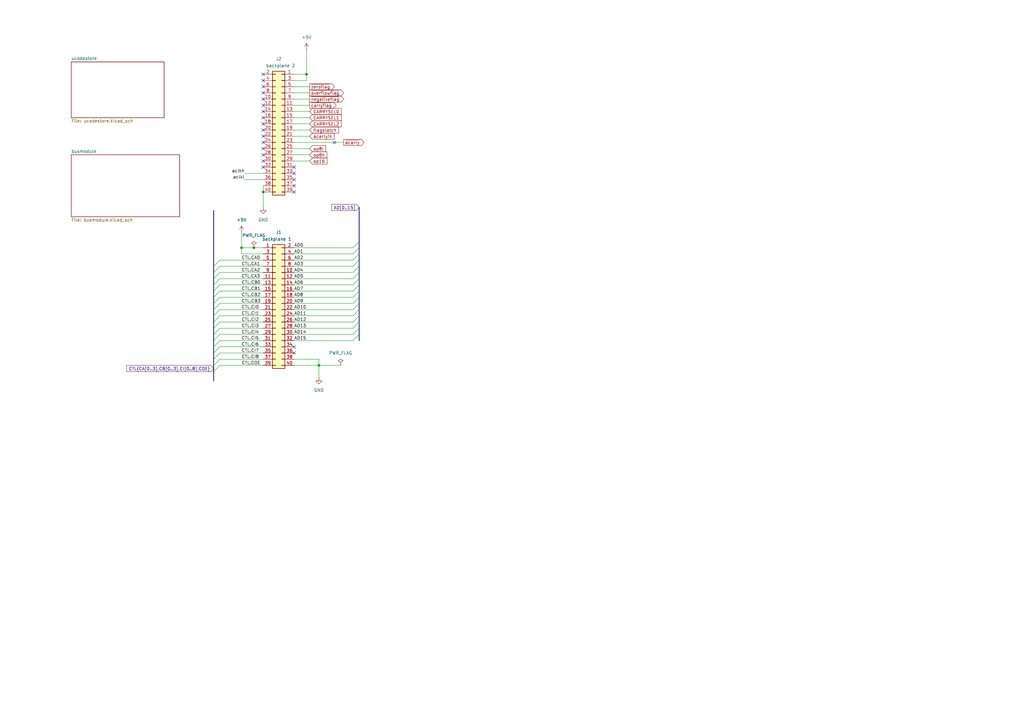
<source format=kicad_sch>
(kicad_sch (version 20250114) (generator "eeschema") (generator_version "9.0")
  (paper "A3")
  (title_block (title "16bit cpu - control") (date "2025-10-18") (rev "0.1") (company "ErrorSoft"))
  (lib_symbols
    (symbol "Connector_Generic:Conn_02x20_Odd_Even" (pin_names (offset 1.016) (hide yes))
      (property "Reference" "J" (at 1.27 25.4 0))
      (property "Value" "Conn_02x20_Odd_Even" (at 1.27 -27.94 0))
      (symbol "Conn_02x20_Odd_Even_1_1"
        (rectangle (start -1.27 24.13) (end 3.81 -26.67) (stroke (width 0.254)) (fill (type background)))
        (rectangle (start -1.27 22.987) (end 0 22.733) (stroke (width 0.1524)))
        (rectangle (start -1.27 20.447) (end 0 20.193) (stroke (width 0.1524)))
        (rectangle (start -1.27 17.907) (end 0 17.653) (stroke (width 0.1524)))
        (rectangle (start -1.27 15.367) (end 0 15.113) (stroke (width 0.1524)))
        (rectangle (start -1.27 12.827) (end 0 12.573) (stroke (width 0.1524)))
        (rectangle (start -1.27 10.287) (end 0 10.033) (stroke (width 0.1524)))
        (rectangle (start -1.27 7.747) (end 0 7.493) (stroke (width 0.1524)))
        (rectangle (start -1.27 5.207) (end 0 4.953) (stroke (width 0.1524)))
        (rectangle (start -1.27 2.667) (end 0 2.413) (stroke (width 0.1524)))
        (rectangle (start -1.27 0.127) (end 0 -0.127) (stroke (width 0.1524)))
        (rectangle (start -1.27 -2.413) (end 0 -2.667) (stroke (width 0.1524)))
        (rectangle (start -1.27 -4.953) (end 0 -5.207) (stroke (width 0.1524)))
        (rectangle (start -1.27 -7.493) (end 0 -7.747) (stroke (width 0.1524)))
        (rectangle (start -1.27 -10.033) (end 0 -10.287) (stroke (width 0.1524)))
        (rectangle (start -1.27 -12.573) (end 0 -12.827) (stroke (width 0.1524)))
        (rectangle (start -1.27 -15.113) (end 0 -15.367) (stroke (width 0.1524)))
        (rectangle (start -1.27 -17.653) (end 0 -17.907) (stroke (width 0.1524)))
        (rectangle (start -1.27 -20.193) (end 0 -20.447) (stroke (width 0.1524)))
        (rectangle (start -1.27 -22.733) (end 0 -22.987) (stroke (width 0.1524)))
        (rectangle (start -1.27 -25.273) (end 0 -25.527) (stroke (width 0.1524)))
        (rectangle (start 3.81 22.987) (end 2.54 22.733) (stroke (width 0.1524)))
        (rectangle (start 3.81 20.447) (end 2.54 20.193) (stroke (width 0.1524)))
        (rectangle (start 3.81 17.907) (end 2.54 17.653) (stroke (width 0.1524)))
        (rectangle (start 3.81 15.367) (end 2.54 15.113) (stroke (width 0.1524)))
        (rectangle (start 3.81 12.827) (end 2.54 12.573) (stroke (width 0.1524)))
        (rectangle (start 3.81 10.287) (end 2.54 10.033) (stroke (width 0.1524)))
        (rectangle (start 3.81 7.747) (end 2.54 7.493) (stroke (width 0.1524)))
        (rectangle (start 3.81 5.207) (end 2.54 4.953) (stroke (width 0.1524)))
        (rectangle (start 3.81 2.667) (end 2.54 2.413) (stroke (width 0.1524)))
        (rectangle (start 3.81 0.127) (end 2.54 -0.127) (stroke (width 0.1524)))
        (rectangle (start 3.81 -2.413) (end 2.54 -2.667) (stroke (width 0.1524)))
        (rectangle (start 3.81 -4.953) (end 2.54 -5.207) (stroke (width 0.1524)))
        (rectangle (start 3.81 -7.493) (end 2.54 -7.747) (stroke (width 0.1524)))
        (rectangle (start 3.81 -10.033) (end 2.54 -10.287) (stroke (width 0.1524)))
        (rectangle (start 3.81 -12.573) (end 2.54 -12.827) (stroke (width 0.1524)))
        (rectangle (start 3.81 -15.113) (end 2.54 -15.367) (stroke (width 0.1524)))
        (rectangle (start 3.81 -17.653) (end 2.54 -17.907) (stroke (width 0.1524)))
        (rectangle (start 3.81 -20.193) (end 2.54 -20.447) (stroke (width 0.1524)))
        (rectangle (start 3.81 -22.733) (end 2.54 -22.987) (stroke (width 0.1524)))
        (rectangle (start 3.81 -25.273) (end 2.54 -25.527) (stroke (width 0.1524)))
        (pin passive line (at -5.08 22.86 0) (length 3.81) (name "Pin_1") (number "1"))
        (pin passive line (at -5.08 20.32 0) (length 3.81) (name "Pin_3") (number "3"))
        (pin passive line (at -5.08 17.78 0) (length 3.81) (name "Pin_5") (number "5"))
        (pin passive line (at -5.08 15.24 0) (length 3.81) (name "Pin_7") (number "7"))
        (pin passive line (at -5.08 12.7 0) (length 3.81) (name "Pin_9") (number "9"))
        (pin passive line (at -5.08 10.16 0) (length 3.81) (name "Pin_11") (number "11"))
        (pin passive line (at -5.08 7.62 0) (length 3.81) (name "Pin_13") (number "13"))
        (pin passive line (at -5.08 5.08 0) (length 3.81) (name "Pin_15") (number "15"))
        (pin passive line (at -5.08 2.54 0) (length 3.81) (name "Pin_17") (number "17"))
        (pin passive line (at -5.08 0 0) (length 3.81) (name "Pin_19") (number "19"))
        (pin passive line (at -5.08 -2.54 0) (length 3.81) (name "Pin_21") (number "21"))
        (pin passive line (at -5.08 -5.08 0) (length 3.81) (name "Pin_23") (number "23"))
        (pin passive line (at -5.08 -7.62 0) (length 3.81) (name "Pin_25") (number "25"))
        (pin passive line (at -5.08 -10.16 0) (length 3.81) (name "Pin_27") (number "27"))
        (pin passive line (at -5.08 -12.7 0) (length 3.81) (name "Pin_29") (number "29"))
        (pin passive line (at -5.08 -15.24 0) (length 3.81) (name "Pin_31") (number "31"))
        (pin passive line (at -5.08 -17.78 0) (length 3.81) (name "Pin_33") (number "33"))
        (pin passive line (at -5.08 -20.32 0) (length 3.81) (name "Pin_35") (number "35"))
        (pin passive line (at -5.08 -22.86 0) (length 3.81) (name "Pin_37") (number "37"))
        (pin passive line (at -5.08 -25.4 0) (length 3.81) (name "Pin_39") (number "39"))
        (pin passive line (at 7.62 22.86 180) (length 3.81) (name "Pin_2") (number "2"))
        (pin passive line (at 7.62 20.32 180) (length 3.81) (name "Pin_4") (number "4"))
        (pin passive line (at 7.62 17.78 180) (length 3.81) (name "Pin_6") (number "6"))
        (pin passive line (at 7.62 15.24 180) (length 3.81) (name "Pin_8") (number "8"))
        (pin passive line (at 7.62 12.7 180) (length 3.81) (name "Pin_10") (number "10"))
        (pin passive line (at 7.62 10.16 180) (length 3.81) (name "Pin_12") (number "12"))
        (pin passive line (at 7.62 7.62 180) (length 3.81) (name "Pin_14") (number "14"))
        (pin passive line (at 7.62 5.08 180) (length 3.81) (name "Pin_16") (number "16"))
        (pin passive line (at 7.62 2.54 180) (length 3.81) (name "Pin_18") (number "18"))
        (pin passive line (at 7.62 0 180) (length 3.81) (name "Pin_20") (number "20"))
        (pin passive line (at 7.62 -2.54 180) (length 3.81) (name "Pin_22") (number "22"))
        (pin passive line (at 7.62 -5.08 180) (length 3.81) (name "Pin_24") (number "24"))
        (pin passive line (at 7.62 -7.62 180) (length 3.81) (name "Pin_26") (number "26"))
        (pin passive line (at 7.62 -10.16 180) (length 3.81) (name "Pin_28") (number "28"))
        (pin passive line (at 7.62 -12.7 180) (length 3.81) (name "Pin_30") (number "30"))
        (pin passive line (at 7.62 -15.24 180) (length 3.81) (name "Pin_32") (number "32"))
        (pin passive line (at 7.62 -17.78 180) (length 3.81) (name "Pin_34") (number "34"))
        (pin passive line (at 7.62 -20.32 180) (length 3.81) (name "Pin_36") (number "36"))
        (pin passive line (at 7.62 -22.86 180) (length 3.81) (name "Pin_38") (number "38"))
        (pin passive line (at 7.62 -25.4 180) (length 3.81) (name "Pin_40") (number "40"))
      )
    )
    (symbol "power:+5V" (power) (pin_numbers (hide yes)) (pin_names (offset 0) (hide yes))
      (property "Value" "+5V" (at 0 3.556 0))
      (symbol "+5V_0_1"
        (polyline (pts (xy -0.762 1.27) (xy 0 2.54)))
        (polyline (pts (xy 0 2.54) (xy 0.762 1.27)))
        (polyline (pts (xy 0 0) (xy 0 2.54)))
      )
      (symbol "+5V_1_1"
        (pin power_in line (at 0 0 90) (length 0) (name "~") (number "1"))
      )
    )
    (symbol "power:GND" (power) (pin_numbers (hide yes)) (pin_names (offset 0) (hide yes))
      (property "Value" "GND" (at 0 -3.81 0))
      (symbol "GND_0_1"
        (polyline (pts (xy 0 0) (xy 0 -1.27) (xy 1.27 -1.27) (xy 0 -2.54) (xy -1.27 -1.27) (xy 0 -1.27)))
      )
      (symbol "GND_1_1"
        (pin power_in line (at 0 0 270) (length 0) (name "~") (number "1"))
      )
    )
    (symbol "power:PWR_FLAG" (power) (pin_numbers (hide yes)) (pin_names (offset 0) (hide yes))
      (property "Value" "PWR_FLAG" (at 0 3.81 0))
      (symbol "PWR_FLAG_0_0"
        (pin power_out line (at 0 0 90) (length 0) (name "~") (number "1"))
      )
      (symbol "PWR_FLAG_0_1"
        (polyline (pts (xy 0 0) (xy 0 1.27) (xy -1.016 1.905) (xy 0 2.54) (xy 1.016 1.905) (xy 0 1.27)))
      )
    )
  )
  (junction (at 104.14 101.6))
  (junction (at 130.81 149.86))
  (junction (at 125.73 30.48))
  (junction (at 107.95 78.74))
  (junction (at 99.06 101.6))
  (no_connect (at 107.95 35.56))
  (no_connect (at 107.95 43.18))
  (no_connect (at 107.95 33.02))
  (no_connect (at 107.95 63.5))
  (no_connect (at 120.65 73.66))
  (no_connect (at 120.65 71.12))
  (no_connect (at 107.95 38.1))
  (no_connect (at 120.65 78.74))
  (no_connect (at 120.65 142.24))
  (no_connect (at 107.95 66.04))
  (no_connect (at 120.65 144.78))
  (no_connect (at 107.95 40.64))
  (no_connect (at 107.95 68.58))
  (no_connect (at 120.65 76.2))
  (no_connect (at 107.95 30.48))
  (no_connect (at 107.95 48.26))
  (no_connect (at 107.95 50.8))
  (no_connect (at 107.95 53.34))
  (no_connect (at 107.95 45.72))
  (no_connect (at 107.95 60.96))
  (no_connect (at 107.95 58.42))
  (no_connect (at 120.65 68.58))
  (no_connect (at 137.16 58.42))
  (no_connect (at 107.95 55.88))
  (bus_entry (at 87.63 121.92) (size 2.54 -2.54))
  (bus_entry (at 147.32 99.06) (size -2.54 2.54))
  (bus_entry (at 147.32 137.16) (size -2.54 2.54))
  (bus_entry (at 87.63 119.38) (size 2.54 -2.54))
  (bus_entry (at 147.32 114.3) (size -2.54 2.54))
  (bus_entry (at 87.63 111.76) (size 2.54 -2.54))
  (bus_entry (at 87.63 132.08) (size 2.54 -2.54))
  (bus_entry (at 87.63 129.54) (size 2.54 -2.54))
  (bus_entry (at 147.32 132.08) (size -2.54 2.54))
  (bus_entry (at 147.32 134.62) (size -2.54 2.54))
  (bus_entry (at 147.32 127) (size -2.54 2.54))
  (bus_entry (at 147.32 119.38) (size -2.54 2.54))
  (bus_entry (at 87.63 152.4) (size 2.54 -2.54))
  (bus_entry (at 87.63 109.22) (size 2.54 -2.54))
  (bus_entry (at 87.63 139.7) (size 2.54 -2.54))
  (bus_entry (at 147.32 129.54) (size -2.54 2.54))
  (bus_entry (at 147.32 109.22) (size -2.54 2.54))
  (bus_entry (at 147.32 111.76) (size -2.54 2.54))
  (bus_entry (at 87.63 114.3) (size 2.54 -2.54))
  (bus_entry (at 147.32 121.92) (size -2.54 2.54))
  (bus_entry (at 87.63 137.16) (size 2.54 -2.54))
  (bus_entry (at 87.63 142.24) (size 2.54 -2.54))
  (bus_entry (at 87.63 147.32) (size 2.54 -2.54))
  (bus_entry (at 147.32 101.6) (size -2.54 2.54))
  (bus_entry (at 147.32 106.68) (size -2.54 2.54))
  (bus_entry (at 87.63 116.84) (size 2.54 -2.54))
  (bus_entry (at 147.32 124.46) (size -2.54 2.54))
  (bus_entry (at 87.63 134.62) (size 2.54 -2.54))
  (bus_entry (at 147.32 104.14) (size -2.54 2.54))
  (bus_entry (at 87.63 127) (size 2.54 -2.54))
  (bus_entry (at 87.63 149.86) (size 2.54 -2.54))
  (bus_entry (at 147.32 116.84) (size -2.54 2.54))
  (bus_entry (at 87.63 144.78) (size 2.54 -2.54))
  (bus_entry (at 87.63 124.46) (size 2.54 -2.54))
  (wire (pts (xy 125.73 30.48) (xy 125.73 33.02)))
  (wire (pts (xy 120.65 63.5) (xy 127 63.5)))
  (wire (pts (xy 107.95 73.66) (xy 100.33 73.66)))
  (wire (pts (xy 127 35.56) (xy 120.65 35.56)))
  (bus (pts (xy 87.63 121.92) (xy 87.63 124.46)))
  (wire (pts (xy 90.17 139.7) (xy 107.95 139.7)))
  (bus (pts (xy 147.32 109.22) (xy 147.32 111.76)))
  (wire (pts (xy 107.95 78.74) (xy 107.95 85.09)))
  (wire (pts (xy 90.17 111.76) (xy 107.95 111.76)))
  (wire (pts (xy 90.17 129.54) (xy 107.95 129.54)))
  (wire (pts (xy 90.17 114.3) (xy 107.95 114.3)))
  (bus (pts (xy 147.32 104.14) (xy 147.32 106.68)))
  (wire (pts (xy 107.95 76.2) (xy 107.95 78.74)))
  (wire (pts (xy 127 43.18) (xy 120.65 43.18)))
  (wire (pts (xy 120.65 149.86) (xy 130.81 149.86)))
  (bus (pts (xy 87.63 116.84) (xy 87.63 119.38)))
  (bus (pts (xy 87.63 149.86) (xy 87.63 152.4)))
  (wire (pts (xy 90.17 127) (xy 107.95 127)))
  (bus (pts (xy 87.63 111.76) (xy 87.63 114.3)))
  (bus (pts (xy 147.32 101.6) (xy 147.32 104.14)))
  (wire (pts (xy 99.06 104.14) (xy 99.06 101.6)))
  (wire (pts (xy 90.17 121.92) (xy 107.95 121.92)))
  (wire (pts (xy 107.95 104.14) (xy 99.06 104.14)))
  (wire (pts (xy 99.06 101.6) (xy 104.14 101.6)))
  (wire (pts (xy 120.65 109.22) (xy 144.78 109.22)))
  (wire (pts (xy 90.17 124.46) (xy 107.95 124.46)))
  (bus (pts (xy 147.32 111.76) (xy 147.32 114.3)))
  (bus (pts (xy 87.63 144.78) (xy 87.63 147.32)))
  (wire (pts (xy 99.06 95.25) (xy 99.06 101.6)))
  (wire (pts (xy 127 50.8) (xy 120.65 50.8)))
  (bus (pts (xy 147.32 137.16) (xy 147.32 139.7)))
  (wire (pts (xy 120.65 129.54) (xy 144.78 129.54)))
  (wire (pts (xy 130.81 149.86) (xy 139.7 149.86)))
  (bus (pts (xy 87.63 139.7) (xy 87.63 142.24)))
  (wire (pts (xy 90.17 147.32) (xy 107.95 147.32)))
  (wire (pts (xy 120.65 104.14) (xy 144.78 104.14)))
  (wire (pts (xy 120.65 101.6) (xy 144.78 101.6)))
  (wire (pts (xy 120.65 127) (xy 144.78 127)))
  (wire (pts (xy 127 55.88) (xy 120.65 55.88)))
  (wire (pts (xy 120.65 132.08) (xy 144.78 132.08)))
  (bus (pts (xy 87.63 137.16) (xy 87.63 139.7)))
  (bus (pts (xy 147.32 134.62) (xy 147.32 137.16)))
  (bus (pts (xy 87.63 114.3) (xy 87.63 116.84)))
  (wire (pts (xy 120.65 124.46) (xy 144.78 124.46)))
  (bus (pts (xy 147.32 99.06) (xy 147.32 101.6)))
  (bus (pts (xy 147.32 124.46) (xy 147.32 127)))
  (bus (pts (xy 87.63 142.24) (xy 87.63 144.78)))
  (wire (pts (xy 127 53.34) (xy 120.65 53.34)))
  (bus (pts (xy 87.63 132.08) (xy 87.63 134.62)))
  (bus (pts (xy 87.63 124.46) (xy 87.63 127)))
  (wire (pts (xy 120.65 147.32) (xy 130.81 147.32)))
  (wire (pts (xy 104.14 101.6) (xy 107.95 101.6)))
  (wire (pts (xy 120.65 134.62) (xy 144.78 134.62)))
  (bus (pts (xy 147.32 116.84) (xy 147.32 119.38)))
  (wire (pts (xy 130.81 149.86) (xy 130.81 154.94)))
  (wire (pts (xy 90.17 134.62) (xy 107.95 134.62)))
  (wire (pts (xy 120.65 139.7) (xy 144.78 139.7)))
  (wire (pts (xy 120.65 66.04) (xy 127 66.04)))
  (wire (pts (xy 120.65 60.96) (xy 127 60.96)))
  (wire (pts (xy 90.17 149.86) (xy 107.95 149.86)))
  (wire (pts (xy 90.17 144.78) (xy 107.95 144.78)))
  (bus (pts (xy 147.32 129.54) (xy 147.32 132.08)))
  (bus (pts (xy 147.32 121.92) (xy 147.32 124.46)))
  (wire (pts (xy 90.17 109.22) (xy 107.95 109.22)))
  (wire (pts (xy 90.17 132.08) (xy 107.95 132.08)))
  (bus (pts (xy 147.32 114.3) (xy 147.32 116.84)))
  (wire (pts (xy 90.17 142.24) (xy 107.95 142.24)))
  (wire (pts (xy 90.17 116.84) (xy 107.95 116.84)))
  (wire (pts (xy 120.65 106.68) (xy 144.78 106.68)))
  (bus (pts (xy 87.63 134.62) (xy 87.63 137.16)))
  (bus (pts (xy 87.63 86.36) (xy 87.63 109.22)))
  (bus (pts (xy 87.63 127) (xy 87.63 129.54)))
  (wire (pts (xy 130.81 147.32) (xy 130.81 149.86)))
  (bus (pts (xy 87.63 109.22) (xy 87.63 111.76)))
  (wire (pts (xy 107.95 71.12) (xy 100.33 71.12)))
  (wire (pts (xy 127 48.26) (xy 120.65 48.26)))
  (wire (pts (xy 120.65 119.38) (xy 144.78 119.38)))
  (wire (pts (xy 90.17 106.68) (xy 107.95 106.68)))
  (wire (pts (xy 125.73 20.32) (xy 125.73 30.48)))
  (wire (pts (xy 125.73 30.48) (xy 120.65 30.48)))
  (bus (pts (xy 87.63 129.54) (xy 87.63 132.08)))
  (wire (pts (xy 120.65 137.16) (xy 144.78 137.16)))
  (bus (pts (xy 147.32 132.08) (xy 147.32 134.62)))
  (wire (pts (xy 127 38.1) (xy 120.65 38.1)))
  (bus (pts (xy 147.32 106.68) (xy 147.32 109.22)))
  (wire (pts (xy 90.17 119.38) (xy 107.95 119.38)))
  (bus (pts (xy 87.63 152.4) (xy 87.63 156.21)))
  (wire (pts (xy 120.65 111.76) (xy 144.78 111.76)))
  (wire (pts (xy 125.73 33.02) (xy 120.65 33.02)))
  (wire (pts (xy 90.17 137.16) (xy 107.95 137.16)))
  (bus (pts (xy 147.32 85.09) (xy 147.32 99.06)))
  (wire (pts (xy 120.65 116.84) (xy 144.78 116.84)))
  (wire (pts (xy 127 40.64) (xy 120.65 40.64)))
  (wire (pts (xy 140.97 58.42) (xy 120.65 58.42)))
  (bus (pts (xy 147.32 119.38) (xy 147.32 121.92)))
  (bus (pts (xy 87.63 119.38) (xy 87.63 121.92)))
  (wire (pts (xy 120.65 114.3) (xy 144.78 114.3)))
  (bus (pts (xy 147.32 127) (xy 147.32 129.54)))
  (wire (pts (xy 120.65 121.92) (xy 144.78 121.92)))
  (bus (pts (xy 87.63 147.32) (xy 87.63 149.86)))
  (wire (pts (xy 127 45.72) (xy 120.65 45.72)))
  (label "AD6" (at 120.65 116.84 0))
  (label "CTL.CI1" (at 99.06 129.54 0))
  (label "CTL.CI2" (at 99.06 132.08 0))
  (label "CTL.CI8" (at 99.06 147.32 0))
  (label "AD2" (at 120.65 106.68 0))
  (label "CTL.CI0" (at 99.06 127 0))
  (label "AD12" (at 120.65 132.08 0))
  (label "CTL.CI7" (at 99.06 144.78 0))
  (label "CTL.CA1" (at 99.06 109.22 0))
  (label "CTL.CB2" (at 99.06 121.92 0))
  (label "CTL.CB3" (at 99.06 124.46 0))
  (label "AD10" (at 120.65 127 0))
  (label "CTL.CI3" (at 99.06 134.62 0))
  (label "aclkl" (at 100.33 73.66 180))
  (label "CTL.CA2" (at 99.06 111.76 0))
  (label "AD13" (at 120.65 134.62 0))
  (label "CTL.CA0" (at 99.06 106.68 0))
  (label "AD5" (at 120.65 114.3 0))
  (label "AD8" (at 120.65 121.92 0))
  (label "aclkh" (at 100.33 71.12 180))
  (label "AD14" (at 120.65 137.16 0))
  (label "CTL.CB0" (at 99.06 116.84 0))
  (label "AD7" (at 120.65 119.38 0))
  (label "AD9" (at 120.65 124.46 0))
  (label "CTL.COE" (at 99.06 149.86 0))
  (label "AD3" (at 120.65 109.22 0))
  (label "CTL.CI4" (at 99.06 137.16 0))
  (label "CTL.CI6" (at 99.06 142.24 0))
  (label "AD15" (at 120.65 139.7 0))
  (label "CTL.CB1" (at 99.06 119.38 0))
  (label "AD4" (at 120.65 111.76 0))
  (label "AD0" (at 120.65 101.6 0))
  (label "AD1" (at 120.65 104.14 0))
  (label "AD11" (at 120.65 129.54 0))
  (label "CTL.CA3" (at 99.06 114.3 0))
  (label "CTL.CI5" (at 99.06 139.7 0))
  (global_label "op8h" (shape input) (at 127 63.5 0) (property "Intersheetrefs" "${INTERSHEET_REFS}" (effects (hide yes))))
  (global_label "AD[0..15]" (shape input) (at 147.32 85.09 180) (property "Intersheetrefs" "${INTERSHEET_REFS}" (effects (hide yes))))
  (global_label "CARRYSEL2" (shape input) (at 127 50.8 0) (property "Intersheetrefs" "${INTERSHEET_REFS}" (effects (hide yes))))
  (global_label "flagslatch" (shape input) (at 127 53.34 0) (property "Intersheetrefs" "${INTERSHEET_REFS}" (effects (hide yes))))
  (global_label "acarryin" (shape input) (at 127 55.88 0) (property "Intersheetrefs" "${INTERSHEET_REFS}" (effects (hide yes))))
  (global_label "~{acarry}" (shape output) (at 140.97 58.42 0) (property "Intersheetrefs" "${INTERSHEET_REFS}" (effects (hide yes))))
  (global_label "~{zeroflag}" (shape output) (at 127 35.56 0) (property "Intersheetrefs" "${INTERSHEET_REFS}" (effects (hide yes))))
  (global_label "CARRYSEL0" (shape input) (at 127 45.72 0) (property "Intersheetrefs" "${INTERSHEET_REFS}" (effects (hide yes))))
  (global_label "CTL{CA[0..3],CB[0..3],CI[0..8],COE}" (shape input) (at 87.63 151.13 180) (property "Intersheetrefs" "${INTERSHEET_REFS}" (effects (hide yes))))
  (global_label "op8l" (shape input) (at 127 60.96 0) (property "Intersheetrefs" "${INTERSHEET_REFS}" (effects (hide yes))))
  (global_label "~{overflowflag}" (shape output) (at 127 38.1 0) (property "Intersheetrefs" "${INTERSHEET_REFS}" (effects (hide yes))))
  (global_label "~{negativeflag}" (shape output) (at 127 40.64 0) (property "Intersheetrefs" "${INTERSHEET_REFS}" (effects (hide yes))))
  (global_label "op16" (shape input) (at 127 66.04 0) (property "Intersheetrefs" "${INTERSHEET_REFS}" (effects (hide yes))))
  (global_label "CARRYSEL1" (shape input) (at 127 48.26 0) (property "Intersheetrefs" "${INTERSHEET_REFS}" (effects (hide yes))))
  (global_label "~{carryflag}" (shape output) (at 127 43.18 0) (property "Intersheetrefs" "${INTERSHEET_REFS}" (effects (hide yes))))
  (symbol (lib_id "Connector_Generic:Conn_02x20_Odd_Even") (at 113.03 124.46 0) (unit 1)
    (property "Reference" "J1" (at 114.3 95.25 0))
    (property "Value" "backplane 1" (at 113.538 98.044 0))
    (property "Footprint" "Connector_PinSocket_2.54mm:PinSocket_2x20_P2.54mm_Horizontal" (effects (hide yes)))
    (property "Description" "Generic connector, double row, 02x20, odd/even pin numbering scheme (row 1 odd numbers, row 2 even numbers), script generated (kicad-library-utils/schlib/autogen/connector/)" (effects (hide yes)))
  )
  (symbol (lib_id "power:PWR_FLAG") (at 139.7 149.86 0) (unit 1)
    (property "Reference" "#FLG02" (effects (hide yes)))
    (property "Value" "PWR_FLAG" (at 139.7 144.78 0))
    (property "Description" "Special symbol for telling ERC where power comes from" (effects (hide yes)))
  )
  (symbol (lib_id "power:PWR_FLAG") (at 104.14 101.6 0) (unit 1)
    (property "Reference" "#FLG01" (effects (hide yes)))
    (property "Value" "PWR_FLAG" (at 104.14 96.52 0))
    (property "Description" "Special symbol for telling ERC where power comes from" (effects (hide yes)))
  )
  (symbol (lib_id "power:GND") (at 107.95 85.09 0) (mirror y) (unit 1)
    (property "Reference" "#PWR02" (effects (hide yes)))
    (property "Value" "GND" (at 107.95 90.17 0))
    (property "Description" "Power symbol creates a global label with name \"GND\" , ground" (effects (hide yes)))
  )
  (symbol (lib_id "Connector_Generic:Conn_02x20_Odd_Even") (at 115.57 53.34 0) (mirror y) (unit 1)
    (property "Reference" "J2" (at 114.3 24.13 0))
    (property "Value" "backplane 2" (at 115.062 26.924 0))
    (property "Footprint" "Connector_PinSocket_2.54mm:PinSocket_2x20_P2.54mm_Horizontal" (effects (hide yes)))
    (property "Description" "Generic connector, double row, 02x20, odd/even pin numbering scheme (row 1 odd numbers, row 2 even numbers), script generated (kicad-library-utils/schlib/autogen/connector/)" (effects (hide yes)))
  )
  (symbol (lib_id "power:+5V") (at 99.06 95.25 0) (unit 1)
    (property "Reference" "#PWR01" (effects (hide yes)))
    (property "Value" "+5V" (at 99.06 90.17 0))
    (property "Description" "Power symbol creates a global label with name \"+5V\"" (effects (hide yes)))
  )
  (symbol (lib_id "power:GND") (at 130.81 154.94 0) (unit 1)
    (property "Reference" "#PWR04" (effects (hide yes)))
    (property "Value" "GND" (at 130.81 160.02 0))
    (property "Description" "Power symbol creates a global label with name \"GND\" , ground" (effects (hide yes)))
  )
  (symbol (lib_id "power:+5V") (at 125.73 20.32 0) (mirror y) (unit 1)
    (property "Reference" "#PWR03" (effects (hide yes)))
    (property "Value" "+5V" (at 125.73 15.24 0))
    (property "Description" "Power symbol creates a global label with name \"+5V\"" (effects (hide yes)))
  )
  (sheet (at 29.21 25.4) (size 38.1 22.86) (stroke (width 0.1524))
    (property "Sheetname" "ucodestore" (at 29.21 24.6884 0) (effects (justify left bottom)))
    (property "Sheetfile" "ucodestore.kicad_sch" (at 29.21 48.8446 0) (effects (justify left top)))
  )
  (sheet (at 29.21 63.5) (size 44.45 25.4) (stroke (width 0.1524))
    (property "Sheetname" "busmodule" (at 29.21 62.7884 0) (effects (justify left bottom)))
    (property "Sheetfile" "busmodule.kicad_sch" (at 29.21 89.4846 0) (effects (justify left top)))
  )
)
</source>
